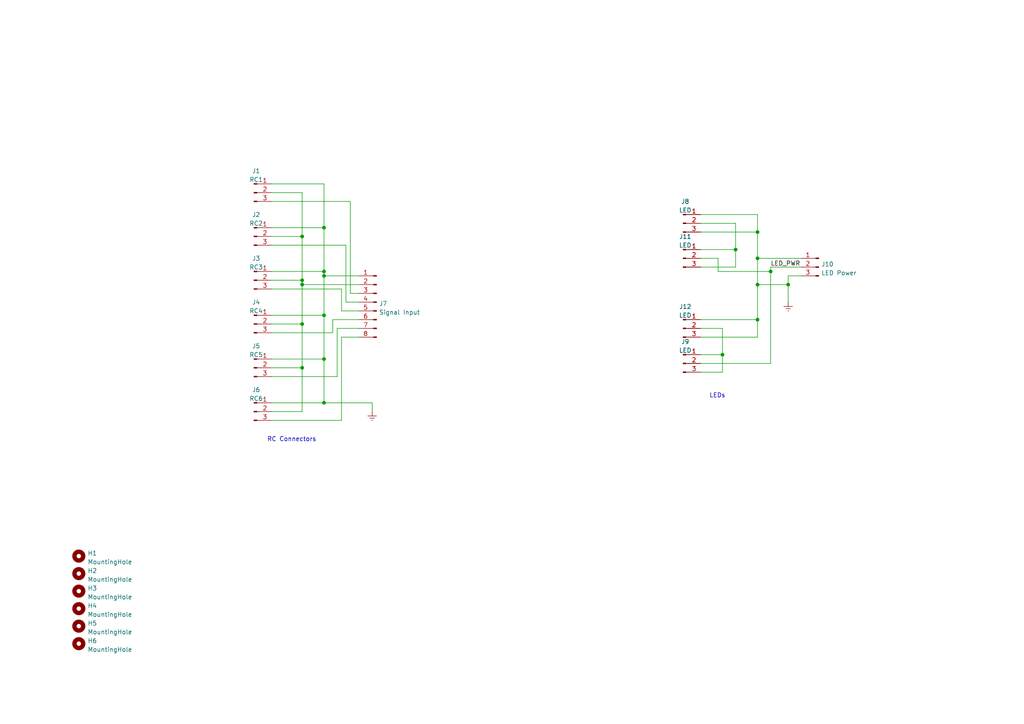
<source format=kicad_sch>
(kicad_sch (version 20211123) (generator eeschema)
  (paper "A4")
  (lib_symbols
    (symbol "Connector:Conn_01x03_Male" (pin_names (offset 1.016) hide)
      (property "Reference" "J" (at 0 5.08 0))
      (property "Value" "Conn_01x03_Male" (at 0 -5.08 0))
      (symbol "Conn_01x03_Male_1_1"
        (polyline (pts (xy 1.27 -2.54) (xy 0.8636 -2.54)) (stroke (width 0.1524)))
        (polyline (pts (xy 1.27 0) (xy 0.8636 0)) (stroke (width 0.1524)))
        (polyline (pts (xy 1.27 2.54) (xy 0.8636 2.54)) (stroke (width 0.1524)))
        (rectangle (start 0.8636 -2.413) (end 0 -2.667) (stroke (width 0.1524)) (fill (type outline)))
        (rectangle (start 0.8636 0.127) (end 0 -0.127) (stroke (width 0.1524)) (fill (type outline)))
        (rectangle (start 0.8636 2.667) (end 0 2.413) (stroke (width 0.1524)) (fill (type outline)))
        (pin passive line (at 5.08 2.54 180) (length 3.81) (name "Pin_1") (number "1"))
        (pin passive line (at 5.08 0 180) (length 3.81) (name "Pin_2") (number "2"))
        (pin passive line (at 5.08 -2.54 180) (length 3.81) (name "Pin_3") (number "3"))
      )
    )
    (symbol "Connector:Conn_01x08_Male" (pin_names (offset 1.016) hide)
      (property "Reference" "J" (at 0 10.16 0))
      (property "Value" "Conn_01x08_Male" (at 0 -12.7 0))
      (symbol "Conn_01x08_Male_1_1"
        (polyline (pts (xy 1.27 -10.16) (xy 0.8636 -10.16)) (stroke (width 0.1524)))
        (polyline (pts (xy 1.27 -7.62) (xy 0.8636 -7.62)) (stroke (width 0.1524)))
        (polyline (pts (xy 1.27 -5.08) (xy 0.8636 -5.08)) (stroke (width 0.1524)))
        (polyline (pts (xy 1.27 -2.54) (xy 0.8636 -2.54)) (stroke (width 0.1524)))
        (polyline (pts (xy 1.27 0) (xy 0.8636 0)) (stroke (width 0.1524)))
        (polyline (pts (xy 1.27 2.54) (xy 0.8636 2.54)) (stroke (width 0.1524)))
        (polyline (pts (xy 1.27 5.08) (xy 0.8636 5.08)) (stroke (width 0.1524)))
        (polyline (pts (xy 1.27 7.62) (xy 0.8636 7.62)) (stroke (width 0.1524)))
        (rectangle (start 0.8636 -10.033) (end 0 -10.287) (stroke (width 0.1524)) (fill (type outline)))
        (rectangle (start 0.8636 -7.493) (end 0 -7.747) (stroke (width 0.1524)) (fill (type outline)))
        (rectangle (start 0.8636 -4.953) (end 0 -5.207) (stroke (width 0.1524)) (fill (type outline)))
        (rectangle (start 0.8636 -2.413) (end 0 -2.667) (stroke (width 0.1524)) (fill (type outline)))
        (rectangle (start 0.8636 0.127) (end 0 -0.127) (stroke (width 0.1524)) (fill (type outline)))
        (rectangle (start 0.8636 2.667) (end 0 2.413) (stroke (width 0.1524)) (fill (type outline)))
        (rectangle (start 0.8636 5.207) (end 0 4.953) (stroke (width 0.1524)) (fill (type outline)))
        (rectangle (start 0.8636 7.747) (end 0 7.493) (stroke (width 0.1524)) (fill (type outline)))
        (pin passive line (at 5.08 7.62 180) (length 3.81) (name "Pin_1") (number "1"))
        (pin passive line (at 5.08 5.08 180) (length 3.81) (name "Pin_2") (number "2"))
        (pin passive line (at 5.08 2.54 180) (length 3.81) (name "Pin_3") (number "3"))
        (pin passive line (at 5.08 0 180) (length 3.81) (name "Pin_4") (number "4"))
        (pin passive line (at 5.08 -2.54 180) (length 3.81) (name "Pin_5") (number "5"))
        (pin passive line (at 5.08 -5.08 180) (length 3.81) (name "Pin_6") (number "6"))
        (pin passive line (at 5.08 -7.62 180) (length 3.81) (name "Pin_7") (number "7"))
        (pin passive line (at 5.08 -10.16 180) (length 3.81) (name "Pin_8") (number "8"))
      )
    )
    (symbol "Mechanical:MountingHole" (pin_names (offset 1.016))
      (property "Reference" "H" (at 0 5.08 0))
      (property "Value" "MountingHole" (at 0 3.175 0))
      (symbol "MountingHole_0_1"
        (circle (center 0 0) (radius 1.27) (stroke (width 1.27)))
      )
    )
    (symbol "power:Earth" (power) (pin_names (offset 0))
      (symbol "Earth_0_1"
        (polyline (pts (xy -0.635 -1.905) (xy 0.635 -1.905)))
        (polyline (pts (xy -0.127 -2.54) (xy 0.127 -2.54)))
        (polyline (pts (xy 0 -1.27) (xy 0 0)))
        (polyline (pts (xy 1.27 -1.27) (xy -1.27 -1.27)))
      )
      (symbol "Earth_1_1"
        (pin power_in line (at 0 0 270) (length 0) hide (name "Earth") (number "1"))
      )
    )
  )
  (junction (at 87.63 93.98))
  (junction (at 219.71 92.71))
  (junction (at 219.71 74.93))
  (junction (at 93.98 91.44))
  (junction (at 93.98 104.14))
  (junction (at 87.63 68.58))
  (junction (at 213.36 72.39))
  (junction (at 93.98 80.01))
  (junction (at 223.52 78.74))
  (junction (at 93.98 78.74))
  (junction (at 93.98 66.04))
  (junction (at 87.63 106.68))
  (junction (at 87.63 81.28))
  (junction (at 228.6 82.55))
  (junction (at 93.98 116.84))
  (junction (at 87.63 82.55))
  (junction (at 209.55 102.87))
  (junction (at 219.71 67.31))
  (junction (at 219.71 82.55))
  (wire (pts (xy 96.52 92.71) (xy 104.14 92.71)))
  (wire (pts (xy 78.74 83.82) (xy 99.06 83.82)))
  (wire (pts (xy 78.74 81.28) (xy 87.63 81.28)))
  (wire (pts (xy 100.33 87.63) (xy 100.33 71.12)))
  (wire (pts (xy 78.74 66.04) (xy 93.98 66.04)))
  (wire (pts (xy 104.14 97.79) (xy 99.06 97.79)))
  (wire (pts (xy 78.74 71.12) (xy 100.33 71.12)))
  (wire (pts (xy 101.6 58.42) (xy 101.6 85.09)))
  (wire (pts (xy 78.74 96.52) (xy 96.52 96.52)))
  (wire (pts (xy 93.98 116.84) (xy 93.98 104.14)))
  (wire (pts (xy 209.55 95.25) (xy 209.55 102.87)))
  (wire (pts (xy 223.52 77.47) (xy 223.52 78.74)))
  (wire (pts (xy 99.06 90.17) (xy 104.14 90.17)))
  (wire (pts (xy 78.74 93.98) (xy 87.63 93.98)))
  (wire (pts (xy 87.63 93.98) (xy 87.63 106.68)))
  (wire (pts (xy 78.74 91.44) (xy 93.98 91.44)))
  (wire (pts (xy 209.55 107.95) (xy 209.55 102.87)))
  (wire (pts (xy 219.71 67.31) (xy 219.71 74.93)))
  (wire (pts (xy 209.55 102.87) (xy 203.2 102.87)))
  (wire (pts (xy 93.98 66.04) (xy 93.98 78.74)))
  (wire (pts (xy 219.71 62.23) (xy 219.71 67.31)))
  (wire (pts (xy 219.71 82.55) (xy 219.71 92.71)))
  (wire (pts (xy 99.06 83.82) (xy 99.06 90.17)))
  (wire (pts (xy 78.74 55.88) (xy 87.63 55.88)))
  (wire (pts (xy 203.2 64.77) (xy 213.36 64.77)))
  (wire (pts (xy 78.74 104.14) (xy 93.98 104.14)))
  (wire (pts (xy 78.74 53.34) (xy 93.98 53.34)))
  (wire (pts (xy 203.2 74.93) (xy 208.28 74.93)))
  (wire (pts (xy 213.36 72.39) (xy 203.2 72.39)))
  (wire (pts (xy 203.2 95.25) (xy 209.55 95.25)))
  (wire (pts (xy 232.41 80.01) (xy 228.6 80.01)))
  (wire (pts (xy 97.79 95.25) (xy 97.79 109.22)))
  (wire (pts (xy 87.63 106.68) (xy 87.63 119.38)))
  (wire (pts (xy 107.95 116.84) (xy 107.95 119.38)))
  (wire (pts (xy 223.52 78.74) (xy 223.52 105.41)))
  (wire (pts (xy 203.2 62.23) (xy 219.71 62.23)))
  (wire (pts (xy 87.63 55.88) (xy 87.63 68.58)))
  (wire (pts (xy 93.98 53.34) (xy 93.98 66.04)))
  (wire (pts (xy 96.52 96.52) (xy 96.52 92.71)))
  (wire (pts (xy 228.6 82.55) (xy 219.71 82.55)))
  (wire (pts (xy 203.2 67.31) (xy 219.71 67.31)))
  (wire (pts (xy 219.71 74.93) (xy 232.41 74.93)))
  (wire (pts (xy 104.14 87.63) (xy 100.33 87.63)))
  (wire (pts (xy 78.74 78.74) (xy 93.98 78.74)))
  (wire (pts (xy 219.71 74.93) (xy 219.71 82.55)))
  (wire (pts (xy 104.14 95.25) (xy 97.79 95.25)))
  (wire (pts (xy 87.63 82.55) (xy 104.14 82.55)))
  (wire (pts (xy 101.6 85.09) (xy 104.14 85.09)))
  (wire (pts (xy 99.06 121.92) (xy 78.74 121.92)))
  (wire (pts (xy 213.36 64.77) (xy 213.36 72.39)))
  (wire (pts (xy 228.6 82.55) (xy 228.6 87.63)))
  (wire (pts (xy 219.71 97.79) (xy 219.71 92.71)))
  (wire (pts (xy 78.74 119.38) (xy 87.63 119.38)))
  (wire (pts (xy 99.06 97.79) (xy 99.06 121.92)))
  (wire (pts (xy 78.74 58.42) (xy 101.6 58.42)))
  (wire (pts (xy 78.74 68.58) (xy 87.63 68.58)))
  (wire (pts (xy 203.2 105.41) (xy 223.52 105.41)))
  (wire (pts (xy 97.79 109.22) (xy 78.74 109.22)))
  (wire (pts (xy 93.98 80.01) (xy 104.14 80.01)))
  (wire (pts (xy 78.74 106.68) (xy 87.63 106.68)))
  (wire (pts (xy 203.2 92.71) (xy 219.71 92.71)))
  (wire (pts (xy 213.36 77.47) (xy 213.36 72.39)))
  (wire (pts (xy 87.63 68.58) (xy 87.63 81.28)))
  (wire (pts (xy 93.98 104.14) (xy 93.98 91.44)))
  (wire (pts (xy 93.98 91.44) (xy 93.98 80.01)))
  (wire (pts (xy 208.28 78.74) (xy 223.52 78.74)))
  (wire (pts (xy 223.52 77.47) (xy 232.41 77.47)))
  (wire (pts (xy 78.74 116.84) (xy 93.98 116.84)))
  (wire (pts (xy 203.2 97.79) (xy 219.71 97.79)))
  (wire (pts (xy 228.6 80.01) (xy 228.6 82.55)))
  (wire (pts (xy 87.63 81.28) (xy 87.63 82.55)))
  (wire (pts (xy 93.98 116.84) (xy 107.95 116.84)))
  (wire (pts (xy 203.2 107.95) (xy 209.55 107.95)))
  (wire (pts (xy 203.2 77.47) (xy 213.36 77.47)))
  (wire (pts (xy 87.63 82.55) (xy 87.63 93.98)))
  (wire (pts (xy 93.98 78.74) (xy 93.98 80.01)))
  (wire (pts (xy 208.28 74.93) (xy 208.28 78.74)))
  (text "LEDs" (at 205.74 115.57 0) (effects (font (size 1.27 1.27)) (justify left bottom)))
  (text "RC Connectors" (at 77.47 128.27 0) (effects (font (size 1.27 1.27)) (justify left bottom)))
  (label "LED_PWR" (at 223.52 77.47 0))
  (symbol (lib_id "Connector:Conn_01x03_Male") (at 73.66 119.38 0) (unit 1)
    (property "Reference" "J6" (at 74.295 113.064 0))
    (property "Value" "RC6" (at 74.295 115.6009 0))
    (property "Footprint" "Connector_PinHeader_2.54mm:PinHeader_1x03_P2.54mm_Horizontal" (effects hide))
  )
  (symbol (lib_id "Mechanical:MountingHole") (at 22.86 161.29 0) (unit 1)
    (property "Reference" "H1" (at 25.4 160.4553 0) (effects (justify left)))
    (property "Value" "MountingHole" (at 25.4 162.9922 0) (effects (justify left)))
    (property "Footprint" "MountingHole:MountingHole_3.2mm_M3" (effects hide))
  )
  (symbol (lib_id "Connector:Conn_01x03_Male") (at 73.66 81.28 0) (unit 1)
    (property "Reference" "J3" (at 74.295 74.964 0))
    (property "Value" "RC3" (at 74.295 77.5009 0))
    (property "Footprint" "Connector_PinHeader_2.54mm:PinHeader_1x03_P2.54mm_Horizontal" (effects hide))
  )
  (symbol (lib_id "power:Earth") (at 228.6 87.63 0) (unit 1)
    (property "Reference" "#PWR0101" (effects hide))
    (property "Value" "Earth" (effects hide))
  )
  (symbol (lib_id "power:Earth") (at 107.95 119.38 0) (unit 1)
    (property "Reference" "#PWR0102" (effects hide))
    (property "Value" "Earth" (effects hide))
  )
  (symbol (lib_id "Connector:Conn_01x08_Male") (at 109.22 87.63 0) (mirror y) (unit 1)
    (property "Reference" "J7" (at 109.9312 88.0653 0) (effects (justify right)))
    (property "Value" "Signal Input" (at 109.9312 90.6022 0) (effects (justify right)))
    (property "Footprint" "Connector_PinHeader_2.54mm:PinHeader_1x08_P2.54mm_Horizontal" (effects hide))
  )
  (symbol (lib_id "Connector:Conn_01x03_Male") (at 73.66 68.58 0) (unit 1)
    (property "Reference" "J2" (at 74.295 62.264 0))
    (property "Value" "RC2" (at 74.295 64.8009 0))
    (property "Footprint" "Connector_PinHeader_2.54mm:PinHeader_1x03_P2.54mm_Horizontal" (effects hide))
  )
  (symbol (lib_id "Mechanical:MountingHole") (at 22.86 181.61 0) (unit 1)
    (property "Reference" "H5" (at 25.4 180.7753 0) (effects (justify left)))
    (property "Value" "MountingHole" (at 25.4 183.3122 0) (effects (justify left)))
    (property "Footprint" "MountingHole:MountingHole_3.2mm_M3" (effects hide))
  )
  (symbol (lib_id "Mechanical:MountingHole") (at 22.86 166.37 0) (unit 1)
    (property "Reference" "H2" (at 25.4 165.5353 0) (effects (justify left)))
    (property "Value" "MountingHole" (at 25.4 168.0722 0) (effects (justify left)))
    (property "Footprint" "MountingHole:MountingHole_3.2mm_M3" (effects hide))
  )
  (symbol (lib_id "Connector:Conn_01x03_Male") (at 237.49 77.47 0) (mirror y) (unit 1)
    (property "Reference" "J10" (at 238.2012 76.6353 0) (effects (justify right)))
    (property "Value" "LED Power" (at 238.2012 79.1722 0) (effects (justify right)))
    (property "Footprint" "Connector_PinHeader_2.54mm:PinHeader_1x03_P2.54mm_Horizontal" (effects hide))
  )
  (symbol (lib_id "Connector:Conn_01x03_Male") (at 73.66 55.88 0) (unit 1)
    (property "Reference" "J1" (at 74.295 49.564 0))
    (property "Value" "RC1" (at 74.295 52.1009 0))
    (property "Footprint" "Connector_PinHeader_2.54mm:PinHeader_1x03_P2.54mm_Horizontal" (effects hide))
  )
  (symbol (lib_id "Mechanical:MountingHole") (at 22.86 171.45 0) (unit 1)
    (property "Reference" "H3" (at 25.4 170.6153 0) (effects (justify left)))
    (property "Value" "MountingHole" (at 25.4 173.1522 0) (effects (justify left)))
    (property "Footprint" "MountingHole:MountingHole_3.2mm_M3" (effects hide))
  )
  (symbol (lib_id "Connector:Conn_01x03_Male") (at 198.12 74.93 0) (unit 1)
    (property "Reference" "J11" (at 198.755 68.614 0))
    (property "Value" "LED" (at 198.755 71.1509 0))
    (property "Footprint" "Connector_PinHeader_2.54mm:PinHeader_1x03_P2.54mm_Horizontal" (effects hide))
  )
  (symbol (lib_id "Mechanical:MountingHole") (at 22.86 176.53 0) (unit 1)
    (property "Reference" "H4" (at 25.4 175.6953 0) (effects (justify left)))
    (property "Value" "MountingHole" (at 25.4 178.2322 0) (effects (justify left)))
    (property "Footprint" "MountingHole:MountingHole_3.2mm_M3" (effects hide))
  )
  (symbol (lib_id "Connector:Conn_01x03_Male") (at 198.12 105.41 0) (unit 1)
    (property "Reference" "J9" (at 198.755 99.094 0))
    (property "Value" "LED" (at 198.755 101.6309 0))
    (property "Footprint" "Connector_PinHeader_2.54mm:PinHeader_1x03_P2.54mm_Horizontal" (effects hide))
  )
  (symbol (lib_id "Connector:Conn_01x03_Male") (at 73.66 93.98 0) (unit 1)
    (property "Reference" "J4" (at 74.295 87.664 0))
    (property "Value" "RC4" (at 74.295 90.2009 0))
    (property "Footprint" "Connector_PinHeader_2.54mm:PinHeader_1x03_P2.54mm_Horizontal" (effects hide))
  )
  (symbol (lib_id "Connector:Conn_01x03_Male") (at 73.66 106.68 0) (unit 1)
    (property "Reference" "J5" (at 74.295 100.364 0))
    (property "Value" "RC5" (at 74.295 102.9009 0))
    (property "Footprint" "Connector_PinHeader_2.54mm:PinHeader_1x03_P2.54mm_Horizontal" (effects hide))
  )
  (symbol (lib_id "Connector:Conn_01x03_Male") (at 198.12 64.77 0) (unit 1)
    (property "Reference" "J8" (at 198.755 58.454 0))
    (property "Value" "LED" (at 198.755 60.9909 0))
    (property "Footprint" "Connector_PinHeader_2.54mm:PinHeader_1x03_P2.54mm_Horizontal" (effects hide))
  )
  (symbol (lib_id "Connector:Conn_01x03_Male") (at 198.12 95.25 0) (unit 1)
    (property "Reference" "J12" (at 198.755 88.934 0))
    (property "Value" "LED" (at 198.755 91.4709 0))
    (property "Footprint" "Connector_PinHeader_2.54mm:PinHeader_1x03_P2.54mm_Horizontal" (effects hide))
  )
  (symbol (lib_id "Mechanical:MountingHole") (at 22.86 186.69 0) (unit 1)
    (property "Reference" "H6" (at 25.4 185.8553 0) (effects (justify left)))
    (property "Value" "MountingHole" (at 25.4 188.3922 0) (effects (justify left)))
    (property "Footprint" "MountingHole:MountingHole_3.2mm_M3" (effects hide))
  )
)
</source>
